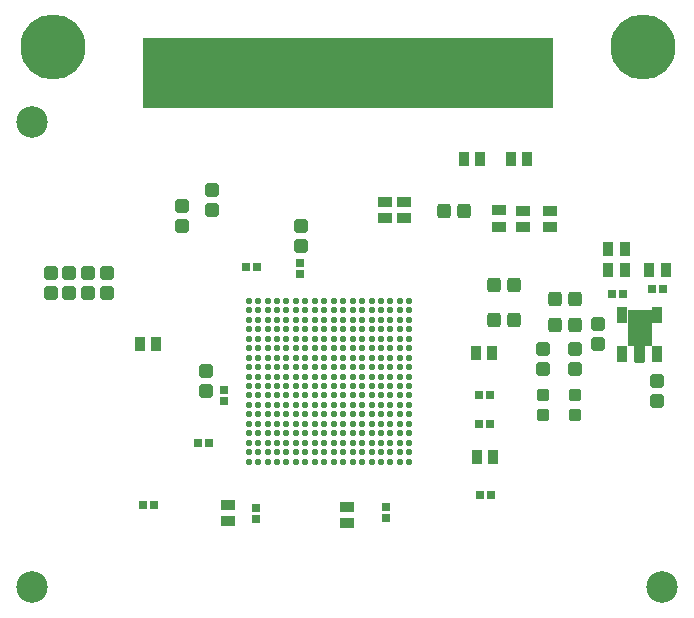
<source format=gts>
G04*
G04 #@! TF.GenerationSoftware,Altium Limited,Altium Designer,23.0.1 (38)*
G04*
G04 Layer_Color=8388736*
%FSLAX45Y45*%
%MOMM*%
G71*
G04*
G04 #@! TF.SameCoordinates,E124BC29-41F8-45E3-8FB8-A4B905A5A323*
G04*
G04*
G04 #@! TF.FilePolarity,Negative*
G04*
G01*
G75*
%ADD25R,34.79998X5.97499*%
%ADD26C,0.55320*%
%ADD27R,0.88320X1.40320*%
%ADD28R,0.76000X0.76000*%
%ADD29R,0.95320X1.15320*%
G04:AMPARAMS|DCode=30|XSize=1.2032mm|YSize=1.1032mm|CornerRadius=0.2141mm|HoleSize=0mm|Usage=FLASHONLY|Rotation=0.000|XOffset=0mm|YOffset=0mm|HoleType=Round|Shape=RoundedRectangle|*
%AMROUNDEDRECTD30*
21,1,1.20320,0.67500,0,0,0.0*
21,1,0.77500,1.10320,0,0,0.0*
1,1,0.42820,0.38750,-0.33750*
1,1,0.42820,-0.38750,-0.33750*
1,1,0.42820,-0.38750,0.33750*
1,1,0.42820,0.38750,0.33750*
%
%ADD30ROUNDEDRECTD30*%
G04:AMPARAMS|DCode=31|XSize=1.2032mm|YSize=1.1032mm|CornerRadius=0.2141mm|HoleSize=0mm|Usage=FLASHONLY|Rotation=270.000|XOffset=0mm|YOffset=0mm|HoleType=Round|Shape=RoundedRectangle|*
%AMROUNDEDRECTD31*
21,1,1.20320,0.67500,0,0,270.0*
21,1,0.77500,1.10320,0,0,270.0*
1,1,0.42820,-0.33750,-0.38750*
1,1,0.42820,-0.33750,0.38750*
1,1,0.42820,0.33750,0.38750*
1,1,0.42820,0.33750,-0.38750*
%
%ADD31ROUNDEDRECTD31*%
G04:AMPARAMS|DCode=32|XSize=1.0032mm|YSize=1.0032mm|CornerRadius=0.2016mm|HoleSize=0mm|Usage=FLASHONLY|Rotation=270.000|XOffset=0mm|YOffset=0mm|HoleType=Round|Shape=RoundedRectangle|*
%AMROUNDEDRECTD32*
21,1,1.00320,0.60000,0,0,270.0*
21,1,0.60000,1.00320,0,0,270.0*
1,1,0.40320,-0.30000,-0.30000*
1,1,0.40320,-0.30000,0.30000*
1,1,0.40320,0.30000,0.30000*
1,1,0.40320,0.30000,-0.30000*
%
%ADD32ROUNDEDRECTD32*%
%ADD33R,0.76000X0.76000*%
%ADD34R,1.15320X0.95320*%
%ADD35R,0.90320X4.40320*%
%ADD36C,2.67000*%
%ADD37R,0.90320X4.40319*%
%ADD38R,2.10320X3.15320*%
%ADD39C,5.50320*%
%ADD40C,0.55880*%
G36*
X13305328Y7684015D02*
X13306635Y7683755D01*
X13307896Y7683327D01*
X13309091Y7682738D01*
X13310197Y7681998D01*
X13311200Y7681120D01*
X13312077Y7680118D01*
X13312817Y7679011D01*
X13313406Y7677816D01*
X13313835Y7676555D01*
X13314095Y7675249D01*
X13314182Y7673920D01*
Y7248920D01*
X13314095Y7247591D01*
X13313835Y7246285D01*
X13313406Y7245024D01*
X13312817Y7243829D01*
X13312077Y7242722D01*
X13311200Y7241720D01*
X13310197Y7240842D01*
X13309091Y7240102D01*
X13307896Y7239513D01*
X13306635Y7239085D01*
X13305328Y7238825D01*
X13303999Y7238738D01*
X13236000D01*
X13234671Y7238825D01*
X13233363Y7239085D01*
X13232103Y7239513D01*
X13230910Y7240102D01*
X13229800Y7240842D01*
X13228799Y7241720D01*
X13227922Y7242722D01*
X13227182Y7243829D01*
X13226593Y7245024D01*
X13226164Y7246285D01*
X13225905Y7247591D01*
X13225818Y7248920D01*
Y7673920D01*
X13225905Y7675249D01*
X13226164Y7676555D01*
X13226593Y7677816D01*
X13227182Y7679011D01*
X13227922Y7680118D01*
X13228799Y7681120D01*
X13229800Y7681998D01*
X13230910Y7682738D01*
X13232103Y7683327D01*
X13233363Y7683755D01*
X13234671Y7684015D01*
X13236000Y7684102D01*
X13303999D01*
X13305328Y7684015D01*
D02*
G37*
D25*
X10802501Y9688991D02*
D03*
D26*
X10200000Y7760000D02*
D03*
X11320000Y6400000D02*
D03*
X11240000D02*
D03*
X11160000D02*
D03*
X11080000D02*
D03*
X11000000D02*
D03*
X10920000D02*
D03*
X10840000D02*
D03*
X10760000D02*
D03*
X10680000D02*
D03*
X10600000D02*
D03*
X10520000D02*
D03*
X10440000D02*
D03*
X10360000D02*
D03*
X10280000D02*
D03*
X10200000D02*
D03*
X10120000D02*
D03*
X10040000D02*
D03*
X9960000D02*
D03*
X11320000Y6480000D02*
D03*
X11240000D02*
D03*
X11160000D02*
D03*
X11080000D02*
D03*
X11000000D02*
D03*
X10920000D02*
D03*
X10840000D02*
D03*
X10760000D02*
D03*
X10680000D02*
D03*
X10600000D02*
D03*
X10520000D02*
D03*
X10440000D02*
D03*
X10360000D02*
D03*
X10280000D02*
D03*
X10200000D02*
D03*
X10120000D02*
D03*
X10040000D02*
D03*
X9960000D02*
D03*
X11320000Y6560000D02*
D03*
X11240000D02*
D03*
X11160000D02*
D03*
X11080000D02*
D03*
X11000000D02*
D03*
X10920000D02*
D03*
X10840000D02*
D03*
X10760000D02*
D03*
X10680000D02*
D03*
X10600000D02*
D03*
X10520000D02*
D03*
X10440000D02*
D03*
X10360000D02*
D03*
X10280000D02*
D03*
X10200000D02*
D03*
X10120000D02*
D03*
X10040000D02*
D03*
X9960000D02*
D03*
X11320000Y6640000D02*
D03*
X11240000D02*
D03*
X11160000D02*
D03*
X11080000D02*
D03*
X11000000D02*
D03*
X10920000D02*
D03*
X10840000D02*
D03*
X10760000D02*
D03*
X10680000D02*
D03*
X10600000D02*
D03*
X10520000D02*
D03*
X10440000D02*
D03*
X10360000D02*
D03*
X10280000D02*
D03*
X10200000D02*
D03*
X10120000D02*
D03*
X10040000D02*
D03*
X9960000D02*
D03*
X11320000Y6720000D02*
D03*
X11240000D02*
D03*
X11160000D02*
D03*
X11080000D02*
D03*
X11000000D02*
D03*
X10920000D02*
D03*
X10840000D02*
D03*
X10760000D02*
D03*
X10680000D02*
D03*
X10600000D02*
D03*
X10520000D02*
D03*
X10440000D02*
D03*
X10360000D02*
D03*
X10280000D02*
D03*
X10200000D02*
D03*
X10120000D02*
D03*
X10040000D02*
D03*
X9960000D02*
D03*
X11320000Y6800000D02*
D03*
X11240000D02*
D03*
X11160000D02*
D03*
X11080000D02*
D03*
X11000000D02*
D03*
X10920000D02*
D03*
X10840000D02*
D03*
X10760000D02*
D03*
X10680000D02*
D03*
X10600000D02*
D03*
X10520000D02*
D03*
X10440000D02*
D03*
X10360000D02*
D03*
X10280000D02*
D03*
X10200000D02*
D03*
X10120000D02*
D03*
X10040000D02*
D03*
X9960000D02*
D03*
X11320000Y6880000D02*
D03*
X11240000D02*
D03*
X11160000D02*
D03*
X11080000D02*
D03*
X11000000D02*
D03*
X10920000D02*
D03*
X10840000D02*
D03*
X10760000D02*
D03*
X10680000D02*
D03*
X10600000D02*
D03*
X10520000D02*
D03*
X10440000D02*
D03*
X10360000D02*
D03*
X10280000D02*
D03*
X10200000D02*
D03*
X10120000D02*
D03*
X10040000D02*
D03*
X9960000D02*
D03*
X11320000Y6960000D02*
D03*
X11240000D02*
D03*
X11160000D02*
D03*
X11080000D02*
D03*
X11000000D02*
D03*
X10920000D02*
D03*
X10840000D02*
D03*
X10760000D02*
D03*
X10680000D02*
D03*
X10600000D02*
D03*
X10520000D02*
D03*
X10440000D02*
D03*
X10360000D02*
D03*
X10280000D02*
D03*
X10200000D02*
D03*
X10120000D02*
D03*
X10040000D02*
D03*
X9960000D02*
D03*
X11320000Y7040000D02*
D03*
X11240000D02*
D03*
X11160000D02*
D03*
X11080000D02*
D03*
X11000000D02*
D03*
X10920000D02*
D03*
X10840000D02*
D03*
X10760000D02*
D03*
X10680000D02*
D03*
X10600000D02*
D03*
X10520000D02*
D03*
X10440000D02*
D03*
X10360000D02*
D03*
X10280000D02*
D03*
X10200000D02*
D03*
X10120000D02*
D03*
X10040000D02*
D03*
X9960000D02*
D03*
X11320000Y7120000D02*
D03*
X11240000D02*
D03*
X11160000D02*
D03*
X11080000D02*
D03*
X11000000D02*
D03*
X10920000D02*
D03*
X10840000D02*
D03*
X10760000D02*
D03*
X10680000D02*
D03*
X10600000D02*
D03*
X10520000D02*
D03*
X10440000D02*
D03*
X10360000D02*
D03*
X10280000D02*
D03*
X10200000D02*
D03*
X10120000D02*
D03*
X10040000D02*
D03*
X9960000D02*
D03*
X11320000Y7200000D02*
D03*
X11240000D02*
D03*
X11160000D02*
D03*
X11080000D02*
D03*
X11000000D02*
D03*
X10920000D02*
D03*
X10840000D02*
D03*
X10760000D02*
D03*
X10680000D02*
D03*
X10600000D02*
D03*
X10520000D02*
D03*
X10440000D02*
D03*
X10360000D02*
D03*
X10280000D02*
D03*
X10200000D02*
D03*
X10120000D02*
D03*
X10040000D02*
D03*
X9960000D02*
D03*
X11320000Y7280000D02*
D03*
X11240000D02*
D03*
X11160000D02*
D03*
X11080000D02*
D03*
X11000000D02*
D03*
X10920000D02*
D03*
X10840000D02*
D03*
X10760000D02*
D03*
X10680000D02*
D03*
X10600000D02*
D03*
X10520000D02*
D03*
X10440000D02*
D03*
X10360000D02*
D03*
X10280000D02*
D03*
X10200000D02*
D03*
X10120000D02*
D03*
X10040000D02*
D03*
X9960000D02*
D03*
X11320000Y7360000D02*
D03*
X11240000D02*
D03*
X11160000D02*
D03*
X11080000D02*
D03*
X11000000D02*
D03*
X10920000D02*
D03*
X10840000D02*
D03*
X10760000D02*
D03*
X10680000D02*
D03*
X10600000D02*
D03*
X10520000D02*
D03*
X10440000D02*
D03*
X10360000D02*
D03*
X10280000D02*
D03*
X10200000D02*
D03*
X10120000D02*
D03*
X10040000D02*
D03*
X9960000D02*
D03*
X11320000Y7440000D02*
D03*
X11240000D02*
D03*
X11160000D02*
D03*
X11080000D02*
D03*
X11000000D02*
D03*
X10920000D02*
D03*
X10840000D02*
D03*
X10760000D02*
D03*
X10680000D02*
D03*
X10600000D02*
D03*
X10520000D02*
D03*
X10440000D02*
D03*
X10360000D02*
D03*
X10280000D02*
D03*
X10200000D02*
D03*
X10120000D02*
D03*
X10040000D02*
D03*
X9960000D02*
D03*
X11320000Y7520000D02*
D03*
X11240000D02*
D03*
X11160000D02*
D03*
X11080000D02*
D03*
X11000000D02*
D03*
X10920000D02*
D03*
X10840000D02*
D03*
X10760000D02*
D03*
X10680000D02*
D03*
X10600000D02*
D03*
X10520000D02*
D03*
X10440000D02*
D03*
X10360000D02*
D03*
X10280000D02*
D03*
X10200000D02*
D03*
X10120000D02*
D03*
X10040000D02*
D03*
X9960000D02*
D03*
X11320000Y7600000D02*
D03*
X11240000D02*
D03*
X11160000D02*
D03*
X11080000D02*
D03*
X11000000D02*
D03*
X10920000D02*
D03*
X10840000D02*
D03*
X10760000D02*
D03*
X10680000D02*
D03*
X10600000D02*
D03*
X10520000D02*
D03*
X10440000D02*
D03*
X10360000D02*
D03*
X10280000D02*
D03*
X10200000D02*
D03*
X10120000D02*
D03*
X10040000D02*
D03*
X9960000D02*
D03*
X11320000Y7680000D02*
D03*
X11240000D02*
D03*
X11160000D02*
D03*
X11080000D02*
D03*
X11000000D02*
D03*
X10920000D02*
D03*
X10840000D02*
D03*
X10760000D02*
D03*
X10680000D02*
D03*
X10600000D02*
D03*
X10520000D02*
D03*
X10440000D02*
D03*
X10360000D02*
D03*
X10280000D02*
D03*
X10200000D02*
D03*
X10120000D02*
D03*
X10040000D02*
D03*
X9960000D02*
D03*
X11320000Y7760000D02*
D03*
X11240000D02*
D03*
X11160000D02*
D03*
X11080000D02*
D03*
X11000000D02*
D03*
X10920000D02*
D03*
X10840000D02*
D03*
X10760000D02*
D03*
X10680000D02*
D03*
X10600000D02*
D03*
X10520000D02*
D03*
X10440000D02*
D03*
X10360000D02*
D03*
X10280000D02*
D03*
X10120000D02*
D03*
X10040000D02*
D03*
X9960000D02*
D03*
D27*
X13120000Y7308920D02*
D03*
X13420000D02*
D03*
Y7638920D02*
D03*
X13120000D02*
D03*
D28*
X13125999Y7816568D02*
D03*
X13034000D02*
D03*
X13374001Y7862858D02*
D03*
X13466000D02*
D03*
X9530600Y6560000D02*
D03*
X9622600D02*
D03*
X12001780Y6720000D02*
D03*
X11909780D02*
D03*
X10029431Y8047002D02*
D03*
X9937431D02*
D03*
X9068000Y6033920D02*
D03*
X9160000D02*
D03*
X12012000Y6120000D02*
D03*
X11920000D02*
D03*
X12006000Y6960000D02*
D03*
X11914000D02*
D03*
D29*
X13144852Y8021443D02*
D03*
X13004851D02*
D03*
X13143294Y8199805D02*
D03*
X13003294D02*
D03*
X13350000Y8021443D02*
D03*
X13489999D02*
D03*
X11922499Y8960000D02*
D03*
X11782499D02*
D03*
X12320000D02*
D03*
X12180000D02*
D03*
X9039200Y7397100D02*
D03*
X9179200D02*
D03*
X12030000Y6440000D02*
D03*
X11890000D02*
D03*
X12022499Y7320000D02*
D03*
X11882499D02*
D03*
D30*
X12920000Y7397840D02*
D03*
Y7567840D02*
D03*
X13420000Y6915000D02*
D03*
Y7085000D02*
D03*
X10400000Y8398395D02*
D03*
Y8228395D02*
D03*
X12452503Y7184395D02*
D03*
Y7354395D02*
D03*
X12720000Y7184395D02*
D03*
Y7354395D02*
D03*
X9652499Y8526601D02*
D03*
Y8696601D02*
D03*
X8759360Y7827980D02*
D03*
Y7997980D02*
D03*
X8599360Y7827980D02*
D03*
Y7997980D02*
D03*
X8439360Y7827980D02*
D03*
Y7997980D02*
D03*
X8289508Y7827980D02*
D03*
Y7997980D02*
D03*
X9596649Y6995000D02*
D03*
Y7165000D02*
D03*
X9392920Y8396060D02*
D03*
Y8566060D02*
D03*
D31*
X12035000Y7896570D02*
D03*
X12205000D02*
D03*
X12035000Y7602159D02*
D03*
X12205000D02*
D03*
X12725000Y7560000D02*
D03*
X12555000D02*
D03*
X12725000Y7774000D02*
D03*
X12555000D02*
D03*
X11613000Y8525500D02*
D03*
X11783000D02*
D03*
D32*
X12452503Y6795000D02*
D03*
Y6965000D02*
D03*
X12720000Y6795000D02*
D03*
Y6965000D02*
D03*
D33*
X11120000Y5919891D02*
D03*
Y6011891D02*
D03*
X10025380Y5915660D02*
D03*
Y6007660D02*
D03*
X10393680Y7991760D02*
D03*
Y8083760D02*
D03*
X9747785Y6914000D02*
D03*
Y7006000D02*
D03*
D34*
X10795000Y5878680D02*
D03*
Y6018680D02*
D03*
X9781540Y5893920D02*
D03*
Y6033920D02*
D03*
X12081102Y8390000D02*
D03*
Y8530000D02*
D03*
X12284302Y8383500D02*
D03*
Y8523500D02*
D03*
X12512902Y8383500D02*
D03*
Y8523500D02*
D03*
X11274478Y8600000D02*
D03*
Y8460000D02*
D03*
X11110986Y8600000D02*
D03*
Y8460000D02*
D03*
D35*
X11852499Y9612740D02*
D03*
X9852498D02*
D03*
X9652499D02*
D03*
X10152503D02*
D03*
X9452499D02*
D03*
X9952498D02*
D03*
X9752498D02*
D03*
X9552499D02*
D03*
X9352499D02*
D03*
X10052498D02*
D03*
X10452502D02*
D03*
X10352502D02*
D03*
X10252502D02*
D03*
X9152500D02*
D03*
X12452503D02*
D03*
X12352498D02*
D03*
X11652500D02*
D03*
X11952499D02*
D03*
X12252498D02*
D03*
X11752499D02*
D03*
X12152499D02*
D03*
X12052499D02*
D03*
X11552500D02*
D03*
X11452500D02*
D03*
X11052501D02*
D03*
X10552502D02*
D03*
X10952501D02*
D03*
X10752501D02*
D03*
X10852501D02*
D03*
X11152501D02*
D03*
D36*
X8128000Y5334000D02*
D03*
Y9271000D02*
D03*
X13462000Y5334000D02*
D03*
D37*
X9252499Y9612740D02*
D03*
X10652502D02*
D03*
D38*
X13270000Y7528920D02*
D03*
D39*
X8302500Y9912740D02*
D03*
X13302499D02*
D03*
D40*
X8450148Y9765091D02*
D03*
X8511306Y9912740D02*
D03*
X8450148Y10060388D02*
D03*
X8302500Y10121546D02*
D03*
D03*
X8154852Y10060388D02*
D03*
X8093694Y9912740D02*
D03*
X8154852Y9765091D02*
D03*
X8302500Y9703934D02*
D03*
X13450148Y9765091D02*
D03*
X13511307Y9912740D02*
D03*
X13450148Y10060388D02*
D03*
X13302499Y10121546D02*
D03*
D03*
X13154852Y10060388D02*
D03*
X13093694Y9912740D02*
D03*
X13154852Y9765091D02*
D03*
X13302499Y9703934D02*
D03*
M02*

</source>
